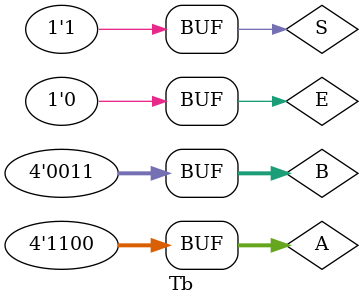
<source format=v>
`timescale 1ns / 1ps

module Tb;
    reg [3:0] A, B;
    reg S, E;
    wire [3:0] Y;
    
    Mux2to1_4bit uut (.A(A), .B(B), .S(S), .E(E), .Y(Y));
    
    initial begin
        // ???? ??????? (E=1)
        E = 1; S = 0; A = 4'b0000; B = 4'b1111;
        #10;
        
        // ?????? A (E=0, S=0)
        E = 0; S = 0; A = 4'b1010; B = 4'b0101;
        #10;
        
        // ?????? B (E=0, S=1)
        E = 0; S = 1; A = 4'b1100; B = 4'b0011;
        #10;
        
    end
endmodule
</source>
